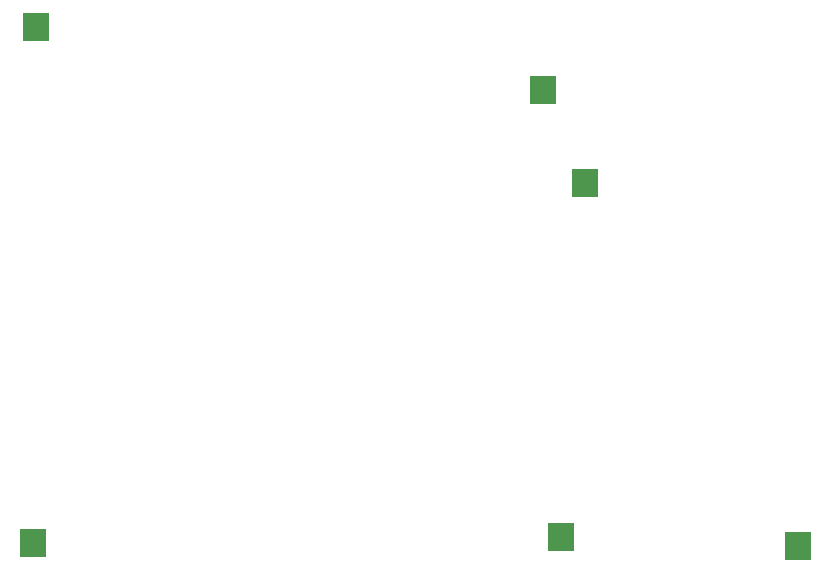
<source format=gtp>
G04 MADE WITH FRITZING*
G04 WWW.FRITZING.ORG*
G04 DOUBLE SIDED*
G04 HOLES PLATED*
G04 CONTOUR ON CENTER OF CONTOUR VECTOR*
%ASAXBY*%
%FSLAX23Y23*%
%MOIN*%
%OFA0B0*%
%SFA1.0B1.0*%
%ADD10R,0.085619X0.093668*%
%LNPASTEMASK1*%
G90*
G70*
G54D10*
X1835Y131D03*
X2625Y101D03*
X75Y111D03*
X85Y1831D03*
X1775Y1621D03*
X1915Y1311D03*
G04 End of PasteMask1*
M02*
</source>
